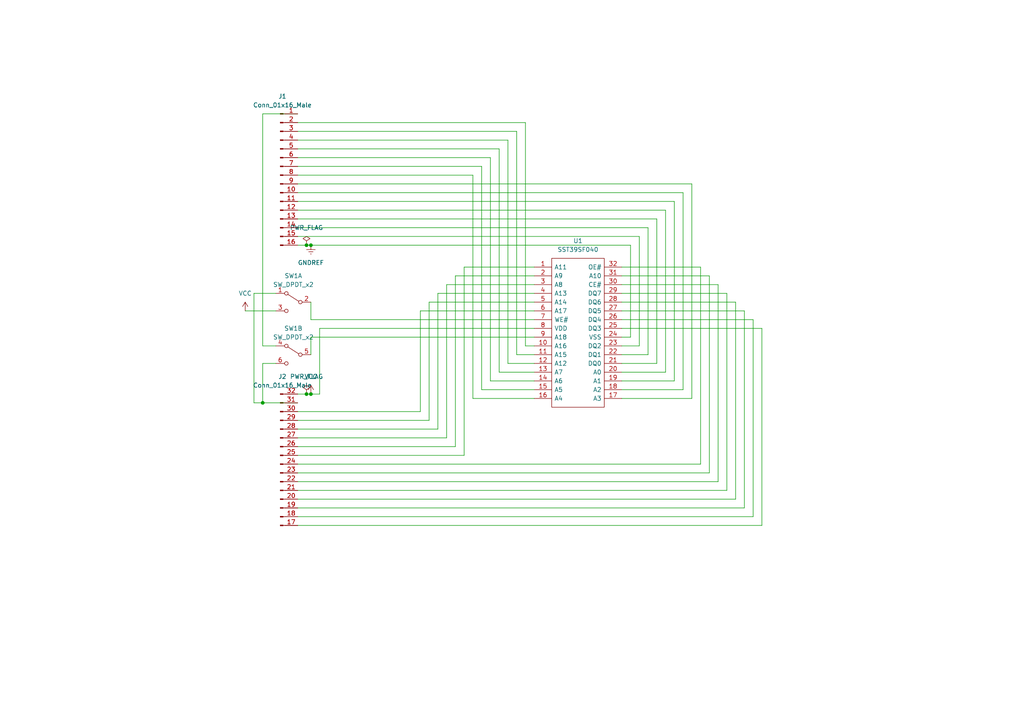
<source format=kicad_sch>
(kicad_sch (version 20211123) (generator eeschema)
  (paper "A4")
  (lib_symbols
    (symbol "Conn_01x16_Male_1" (pin_names (offset 1.016) hide)
      (property "Reference" "J2" (at 0.635 22.86 0))
      (property "Value" "Conn_01x16_Male_1" (at 0.635 20.32 0))
      (symbol "Conn_01x16_Male_1_1_1"
        (polyline (pts (xy 1.27 -20.32) (xy 0.8636 -20.32)) (stroke (width 0.1524)))
        (polyline (pts (xy 1.27 -17.78) (xy 0.8636 -17.78)) (stroke (width 0.1524)))
        (polyline (pts (xy 1.27 -15.24) (xy 0.8636 -15.24)) (stroke (width 0.1524)))
        (polyline (pts (xy 1.27 -12.7) (xy 0.8636 -12.7)) (stroke (width 0.1524)))
        (polyline (pts (xy 1.27 -10.16) (xy 0.8636 -10.16)) (stroke (width 0.1524)))
        (polyline (pts (xy 1.27 -7.62) (xy 0.8636 -7.62)) (stroke (width 0.1524)))
        (polyline (pts (xy 1.27 -5.08) (xy 0.8636 -5.08)) (stroke (width 0.1524)))
        (polyline (pts (xy 1.27 -2.54) (xy 0.8636 -2.54)) (stroke (width 0.1524)))
        (polyline (pts (xy 1.27 0) (xy 0.8636 0)) (stroke (width 0.1524)))
        (polyline (pts (xy 1.27 2.54) (xy 0.8636 2.54)) (stroke (width 0.1524)))
        (polyline (pts (xy 1.27 5.08) (xy 0.8636 5.08)) (stroke (width 0.1524)))
        (polyline (pts (xy 1.27 7.62) (xy 0.8636 7.62)) (stroke (width 0.1524)))
        (polyline (pts (xy 1.27 10.16) (xy 0.8636 10.16)) (stroke (width 0.1524)))
        (polyline (pts (xy 1.27 12.7) (xy 0.8636 12.7)) (stroke (width 0.1524)))
        (polyline (pts (xy 1.27 15.24) (xy 0.8636 15.24)) (stroke (width 0.1524)))
        (polyline (pts (xy 1.27 17.78) (xy 0.8636 17.78)) (stroke (width 0.1524)))
        (rectangle (start 0.8636 -20.193) (end 0 -20.447) (stroke (width 0.1524)) (fill (type outline)))
        (rectangle (start 0.8636 -17.653) (end 0 -17.907) (stroke (width 0.1524)) (fill (type outline)))
        (rectangle (start 0.8636 -15.113) (end 0 -15.367) (stroke (width 0.1524)) (fill (type outline)))
        (rectangle (start 0.8636 -12.573) (end 0 -12.827) (stroke (width 0.1524)) (fill (type outline)))
        (rectangle (start 0.8636 -10.033) (end 0 -10.287) (stroke (width 0.1524)) (fill (type outline)))
        (rectangle (start 0.8636 -7.493) (end 0 -7.747) (stroke (width 0.1524)) (fill (type outline)))
        (rectangle (start 0.8636 -4.953) (end 0 -5.207) (stroke (width 0.1524)) (fill (type outline)))
        (rectangle (start 0.8636 -2.413) (end 0 -2.667) (stroke (width 0.1524)) (fill (type outline)))
        (rectangle (start 0.8636 0.127) (end 0 -0.127) (stroke (width 0.1524)) (fill (type outline)))
        (rectangle (start 0.8636 2.667) (end 0 2.413) (stroke (width 0.1524)) (fill (type outline)))
        (rectangle (start 0.8636 5.207) (end 0 4.953) (stroke (width 0.1524)) (fill (type outline)))
        (rectangle (start 0.8636 7.747) (end 0 7.493) (stroke (width 0.1524)) (fill (type outline)))
        (rectangle (start 0.8636 10.287) (end 0 10.033) (stroke (width 0.1524)) (fill (type outline)))
        (rectangle (start 0.8636 12.827) (end 0 12.573) (stroke (width 0.1524)) (fill (type outline)))
        (rectangle (start 0.8636 15.367) (end 0 15.113) (stroke (width 0.1524)) (fill (type outline)))
        (rectangle (start 0.8636 17.907) (end 0 17.653) (stroke (width 0.1524)) (fill (type outline)))
        (pin passive line (at 5.08 -20.32 180) (length 3.81) (name "Pin_17") (number "17"))
        (pin passive line (at 5.08 -17.78 180) (length 3.81) (name "Pin_18") (number "18"))
        (pin passive line (at 5.08 -15.24 180) (length 3.81) (name "Pin_19") (number "19"))
        (pin passive line (at 5.08 -12.7 180) (length 3.81) (name "Pin_20") (number "20"))
        (pin passive line (at 5.08 -10.16 180) (length 3.81) (name "Pin_21") (number "21"))
        (pin passive line (at 5.08 -7.62 180) (length 3.81) (name "Pin_22") (number "22"))
        (pin passive line (at 5.08 -5.08 180) (length 3.81) (name "Pin_23") (number "23"))
        (pin passive line (at 5.08 -2.54 180) (length 3.81) (name "Pin_24") (number "24"))
        (pin passive line (at 5.08 0 180) (length 3.81) (name "Pin_25") (number "25"))
        (pin passive line (at 5.08 2.54 180) (length 3.81) (name "Pin_26") (number "26"))
        (pin passive line (at 5.08 5.08 180) (length 3.81) (name "Pin_27") (number "27"))
        (pin passive line (at 5.08 7.62 180) (length 3.81) (name "Pin_28") (number "28"))
        (pin passive line (at 5.08 10.16 180) (length 3.81) (name "Pin_29") (number "29"))
        (pin passive line (at 5.08 12.7 180) (length 3.81) (name "Pin_30") (number "30"))
        (pin passive line (at 5.08 15.24 180) (length 3.81) (name "Pin_31") (number "31"))
        (pin passive line (at 5.08 17.78 180) (length 3.81) (name "Pin_32") (number "32"))
      )
    )
    (symbol "Connector:Conn_01x16_Male" (pin_names (offset 1.016) hide)
      (property "Reference" "J" (at 0 20.32 0))
      (property "Value" "Conn_01x16_Male" (at 0 -22.86 0))
      (symbol "Conn_01x16_Male_1_1"
        (polyline (pts (xy 1.27 -20.32) (xy 0.8636 -20.32)) (stroke (width 0.1524)))
        (polyline (pts (xy 1.27 -17.78) (xy 0.8636 -17.78)) (stroke (width 0.1524)))
        (polyline (pts (xy 1.27 -15.24) (xy 0.8636 -15.24)) (stroke (width 0.1524)))
        (polyline (pts (xy 1.27 -12.7) (xy 0.8636 -12.7)) (stroke (width 0.1524)))
        (polyline (pts (xy 1.27 -10.16) (xy 0.8636 -10.16)) (stroke (width 0.1524)))
        (polyline (pts (xy 1.27 -7.62) (xy 0.8636 -7.62)) (stroke (width 0.1524)))
        (polyline (pts (xy 1.27 -5.08) (xy 0.8636 -5.08)) (stroke (width 0.1524)))
        (polyline (pts (xy 1.27 -2.54) (xy 0.8636 -2.54)) (stroke (width 0.1524)))
        (polyline (pts (xy 1.27 0) (xy 0.8636 0)) (stroke (width 0.1524)))
        (polyline (pts (xy 1.27 2.54) (xy 0.8636 2.54)) (stroke (width 0.1524)))
        (polyline (pts (xy 1.27 5.08) (xy 0.8636 5.08)) (stroke (width 0.1524)))
        (polyline (pts (xy 1.27 7.62) (xy 0.8636 7.62)) (stroke (width 0.1524)))
        (polyline (pts (xy 1.27 10.16) (xy 0.8636 10.16)) (stroke (width 0.1524)))
        (polyline (pts (xy 1.27 12.7) (xy 0.8636 12.7)) (stroke (width 0.1524)))
        (polyline (pts (xy 1.27 15.24) (xy 0.8636 15.24)) (stroke (width 0.1524)))
        (polyline (pts (xy 1.27 17.78) (xy 0.8636 17.78)) (stroke (width 0.1524)))
        (rectangle (start 0.8636 -20.193) (end 0 -20.447) (stroke (width 0.1524)) (fill (type outline)))
        (rectangle (start 0.8636 -17.653) (end 0 -17.907) (stroke (width 0.1524)) (fill (type outline)))
        (rectangle (start 0.8636 -15.113) (end 0 -15.367) (stroke (width 0.1524)) (fill (type outline)))
        (rectangle (start 0.8636 -12.573) (end 0 -12.827) (stroke (width 0.1524)) (fill (type outline)))
        (rectangle (start 0.8636 -10.033) (end 0 -10.287) (stroke (width 0.1524)) (fill (type outline)))
        (rectangle (start 0.8636 -7.493) (end 0 -7.747) (stroke (width 0.1524)) (fill (type outline)))
        (rectangle (start 0.8636 -4.953) (end 0 -5.207) (stroke (width 0.1524)) (fill (type outline)))
        (rectangle (start 0.8636 -2.413) (end 0 -2.667) (stroke (width 0.1524)) (fill (type outline)))
        (rectangle (start 0.8636 0.127) (end 0 -0.127) (stroke (width 0.1524)) (fill (type outline)))
        (rectangle (start 0.8636 2.667) (end 0 2.413) (stroke (width 0.1524)) (fill (type outline)))
        (rectangle (start 0.8636 5.207) (end 0 4.953) (stroke (width 0.1524)) (fill (type outline)))
        (rectangle (start 0.8636 7.747) (end 0 7.493) (stroke (width 0.1524)) (fill (type outline)))
        (rectangle (start 0.8636 10.287) (end 0 10.033) (stroke (width 0.1524)) (fill (type outline)))
        (rectangle (start 0.8636 12.827) (end 0 12.573) (stroke (width 0.1524)) (fill (type outline)))
        (rectangle (start 0.8636 15.367) (end 0 15.113) (stroke (width 0.1524)) (fill (type outline)))
        (rectangle (start 0.8636 17.907) (end 0 17.653) (stroke (width 0.1524)) (fill (type outline)))
        (pin passive line (at 5.08 17.78 180) (length 3.81) (name "Pin_1") (number "1"))
        (pin passive line (at 5.08 -5.08 180) (length 3.81) (name "Pin_10") (number "10"))
        (pin passive line (at 5.08 -7.62 180) (length 3.81) (name "Pin_11") (number "11"))
        (pin passive line (at 5.08 -10.16 180) (length 3.81) (name "Pin_12") (number "12"))
        (pin passive line (at 5.08 -12.7 180) (length 3.81) (name "Pin_13") (number "13"))
        (pin passive line (at 5.08 -15.24 180) (length 3.81) (name "Pin_14") (number "14"))
        (pin passive line (at 5.08 -17.78 180) (length 3.81) (name "Pin_15") (number "15"))
        (pin passive line (at 5.08 -20.32 180) (length 3.81) (name "Pin_16") (number "16"))
        (pin passive line (at 5.08 15.24 180) (length 3.81) (name "Pin_2") (number "2"))
        (pin passive line (at 5.08 12.7 180) (length 3.81) (name "Pin_3") (number "3"))
        (pin passive line (at 5.08 10.16 180) (length 3.81) (name "Pin_4") (number "4"))
        (pin passive line (at 5.08 7.62 180) (length 3.81) (name "Pin_5") (number "5"))
        (pin passive line (at 5.08 5.08 180) (length 3.81) (name "Pin_6") (number "6"))
        (pin passive line (at 5.08 2.54 180) (length 3.81) (name "Pin_7") (number "7"))
        (pin passive line (at 5.08 0 180) (length 3.81) (name "Pin_8") (number "8"))
        (pin passive line (at 5.08 -2.54 180) (length 3.81) (name "Pin_9") (number "9"))
      )
    )
    (symbol "SST39SF040-45-4I-WHE-T:SST39SF040-45-4I-WHE-T" (pin_names (offset 0.762))
      (property "Reference" "IC" (at 21.59 7.62 0))
      (property "Value" "SST39SF040-45-4I-WHE-T" (at 21.59 5.08 0))
      (symbol "SST39SF040-45-4I-WHE-T_0_0"
        (pin passive line (at 0 0 0) (length 5.08) (name "A11") (number "1"))
        (pin passive line (at 0 -22.86 0) (length 5.08) (name "A16") (number "10"))
        (pin passive line (at 0 -25.4 0) (length 5.08) (name "A15") (number "11"))
        (pin passive line (at 0 -27.94 0) (length 5.08) (name "A12") (number "12"))
        (pin passive line (at 0 -30.48 0) (length 5.08) (name "A7") (number "13"))
        (pin passive line (at 0 -33.02 0) (length 5.08) (name "A6") (number "14"))
        (pin passive line (at 0 -35.56 0) (length 5.08) (name "A5") (number "15"))
        (pin passive line (at 0 -38.1 0) (length 5.08) (name "A4") (number "16"))
        (pin passive line (at 25.4 -38.1 180) (length 5.08) (name "A3") (number "17"))
        (pin passive line (at 25.4 -35.56 180) (length 5.08) (name "A2") (number "18"))
        (pin passive line (at 25.4 -33.02 180) (length 5.08) (name "A1") (number "19"))
        (pin passive line (at 0 -2.54 0) (length 5.08) (name "A9") (number "2"))
        (pin passive line (at 25.4 -30.48 180) (length 5.08) (name "A0") (number "20"))
        (pin passive line (at 25.4 -27.94 180) (length 5.08) (name "DQ0") (number "21"))
        (pin passive line (at 25.4 -25.4 180) (length 5.08) (name "DQ1") (number "22"))
        (pin passive line (at 25.4 -22.86 180) (length 5.08) (name "DQ2") (number "23"))
        (pin passive line (at 25.4 -20.32 180) (length 5.08) (name "VSS") (number "24"))
        (pin passive line (at 25.4 -17.78 180) (length 5.08) (name "DQ3") (number "25"))
        (pin passive line (at 25.4 -15.24 180) (length 5.08) (name "DQ4") (number "26"))
        (pin passive line (at 25.4 -12.7 180) (length 5.08) (name "DQ5") (number "27"))
        (pin passive line (at 25.4 -10.16 180) (length 5.08) (name "DQ6") (number "28"))
        (pin passive line (at 25.4 -7.62 180) (length 5.08) (name "DQ7") (number "29"))
        (pin passive line (at 0 -5.08 0) (length 5.08) (name "A8") (number "3"))
        (pin passive line (at 25.4 -5.08 180) (length 5.08) (name "CE#") (number "30"))
        (pin passive line (at 25.4 -2.54 180) (length 5.08) (name "A10") (number "31"))
        (pin passive line (at 25.4 0 180) (length 5.08) (name "OE#") (number "32"))
        (pin passive line (at 0 -7.62 0) (length 5.08) (name "A13") (number "4"))
        (pin passive line (at 0 -10.16 0) (length 5.08) (name "A14") (number "5"))
        (pin passive line (at 0 -12.7 0) (length 5.08) (name "A17") (number "6"))
        (pin passive line (at 0 -15.24 0) (length 5.08) (name "WE#") (number "7"))
        (pin passive line (at 0 -17.78 0) (length 5.08) (name "VDD") (number "8"))
        (pin passive line (at 0 -20.32 0) (length 5.08) (name "A18") (number "9"))
      )
      (symbol "SST39SF040-45-4I-WHE-T_0_1"
        (polyline (pts (xy 5.08 2.54) (xy 20.32 2.54) (xy 20.32 -40.64) (xy 5.08 -40.64) (xy 5.08 2.54)) (stroke (width 0.1524)))
      )
    )
    (symbol "Switch:SW_DPDT_x2" (pin_names (offset 0) hide)
      (property "Reference" "SW" (at 0 4.318 0))
      (property "Value" "SW_DPDT_x2" (at 0 -5.08 0))
      (symbol "SW_DPDT_x2_0_0"
        (circle (center -2.032 0) (radius 0.508))
        (circle (center 2.032 -2.54) (radius 0.508))
      )
      (symbol "SW_DPDT_x2_0_1"
        (polyline (pts (xy -1.524 0.254) (xy 1.651 2.286)))
        (circle (center 2.032 2.54) (radius 0.508))
      )
      (symbol "SW_DPDT_x2_1_1"
        (pin passive line (at 5.08 2.54 180) (length 2.54) (name "A") (number "1"))
        (pin passive line (at -5.08 0 0) (length 2.54) (name "B") (number "2"))
        (pin passive line (at 5.08 -2.54 180) (length 2.54) (name "C") (number "3"))
      )
      (symbol "SW_DPDT_x2_2_1"
        (pin passive line (at 5.08 2.54 180) (length 2.54) (name "A") (number "4"))
        (pin passive line (at -5.08 0 0) (length 2.54) (name "B") (number "5"))
        (pin passive line (at 5.08 -2.54 180) (length 2.54) (name "C") (number "6"))
      )
    )
    (symbol "power:GNDREF" (power) (pin_names (offset 0))
      (property "Value" "GNDREF" (at 0 -3.81 0))
      (symbol "GNDREF_0_1"
        (polyline (pts (xy -0.635 -1.905) (xy 0.635 -1.905)))
        (polyline (pts (xy -0.127 -2.54) (xy 0.127 -2.54)))
        (polyline (pts (xy 0 -1.27) (xy 0 0)))
        (polyline (pts (xy 1.27 -1.27) (xy -1.27 -1.27)))
      )
      (symbol "GNDREF_1_1"
        (pin power_in line (at 0 0 270) (length 0) hide (name "GNDREF") (number "1"))
      )
    )
    (symbol "power:PWR_FLAG" (power) (pin_numbers hide) (pin_names (offset 0) hide)
      (property "Value" "PWR_FLAG" (at 0 3.81 0))
      (symbol "PWR_FLAG_0_0"
        (pin power_out line (at 0 0 90) (length 0) (name "pwr") (number "1"))
      )
      (symbol "PWR_FLAG_0_1"
        (polyline (pts (xy 0 0) (xy 0 1.27) (xy -1.016 1.905) (xy 0 2.54) (xy 1.016 1.905) (xy 0 1.27)))
      )
    )
    (symbol "power:VCC" (power) (pin_names (offset 0))
      (property "Value" "VCC" (at 0 3.81 0))
      (symbol "VCC_0_1"
        (polyline (pts (xy -0.762 1.27) (xy 0 2.54)))
        (polyline (pts (xy 0 0) (xy 0 2.54)))
        (polyline (pts (xy 0 2.54) (xy 0.762 1.27)))
      )
      (symbol "VCC_1_1"
        (pin power_in line (at 0 0 90) (length 0) hide (name "VCC") (number "1"))
      )
    )
  )
  (junction (at 88.9 71.12))
  (junction (at 90.17 71.12))
  (junction (at 88.9 114.3))
  (junction (at 90.17 114.3))
  (junction (at 76.2 116.84))
  (wire (pts (xy 124.46 121.92) (xy 124.46 87.63)))
  (wire (pts (xy 76.2 100.33) (xy 76.2 33.02)))
  (wire (pts (xy 203.2 77.47) (xy 203.2 134.62)))
  (wire (pts (xy 180.34 85.09) (xy 210.82 85.09)))
  (wire (pts (xy 154.94 110.49) (xy 142.24 110.49)))
  (wire (pts (xy 137.16 115.57) (xy 154.94 115.57)))
  (wire (pts (xy 76.2 116.84) (xy 86.36 116.84)))
  (wire (pts (xy 154.94 90.17) (xy 121.92 90.17)))
  (wire (pts (xy 76.2 105.41) (xy 76.2 116.84)))
  (wire (pts (xy 124.46 87.63) (xy 154.94 87.63)))
  (wire (pts (xy 180.34 92.71) (xy 218.44 92.71)))
  (wire (pts (xy 86.36 40.64) (xy 147.32 40.64)))
  (wire (pts (xy 134.62 132.08) (xy 134.62 77.47)))
  (wire (pts (xy 86.36 132.08) (xy 134.62 132.08)))
  (wire (pts (xy 86.36 144.78) (xy 213.36 144.78)))
  (wire (pts (xy 190.5 105.41) (xy 190.5 63.5)))
  (wire (pts (xy 92.71 95.25) (xy 92.71 114.3)))
  (wire (pts (xy 86.36 137.16) (xy 205.74 137.16)))
  (wire (pts (xy 180.34 80.01) (xy 205.74 80.01)))
  (wire (pts (xy 152.4 100.33) (xy 154.94 100.33)))
  (wire (pts (xy 86.36 60.96) (xy 193.04 60.96)))
  (wire (pts (xy 86.36 66.04) (xy 187.96 66.04)))
  (wire (pts (xy 90.17 97.79) (xy 90.17 102.87)))
  (wire (pts (xy 127 124.46) (xy 127 85.09)))
  (wire (pts (xy 149.86 38.1) (xy 149.86 102.87)))
  (wire (pts (xy 220.98 95.25) (xy 220.98 152.4)))
  (wire (pts (xy 132.08 80.01) (xy 154.94 80.01)))
  (wire (pts (xy 180.34 115.57) (xy 200.66 115.57)))
  (wire (pts (xy 180.34 107.95) (xy 193.04 107.95)))
  (wire (pts (xy 180.34 113.03) (xy 198.12 113.03)))
  (wire (pts (xy 193.04 60.96) (xy 193.04 107.95)))
  (wire (pts (xy 71.12 90.17) (xy 80.01 90.17)))
  (wire (pts (xy 180.34 105.41) (xy 190.5 105.41)))
  (wire (pts (xy 86.36 43.18) (xy 144.78 43.18)))
  (wire (pts (xy 180.34 82.55) (xy 208.28 82.55)))
  (wire (pts (xy 198.12 113.03) (xy 198.12 55.88)))
  (wire (pts (xy 147.32 105.41) (xy 154.94 105.41)))
  (wire (pts (xy 154.94 113.03) (xy 139.7 113.03)))
  (wire (pts (xy 200.66 53.34) (xy 200.66 115.57)))
  (wire (pts (xy 129.54 127) (xy 129.54 82.55)))
  (wire (pts (xy 147.32 40.64) (xy 147.32 105.41)))
  (wire (pts (xy 86.36 55.88) (xy 198.12 55.88)))
  (wire (pts (xy 180.34 97.79) (xy 182.88 97.79)))
  (wire (pts (xy 134.62 77.47) (xy 154.94 77.47)))
  (wire (pts (xy 142.24 110.49) (xy 142.24 45.72)))
  (wire (pts (xy 154.94 92.71) (xy 90.17 92.71)))
  (wire (pts (xy 80.01 85.09) (xy 73.66 85.09)))
  (wire (pts (xy 86.36 124.46) (xy 127 124.46)))
  (wire (pts (xy 86.36 152.4) (xy 220.98 152.4)))
  (wire (pts (xy 76.2 105.41) (xy 80.01 105.41)))
  (wire (pts (xy 203.2 134.62) (xy 86.36 134.62)))
  (wire (pts (xy 180.34 102.87) (xy 187.96 102.87)))
  (wire (pts (xy 152.4 35.56) (xy 152.4 100.33)))
  (wire (pts (xy 88.9 71.12) (xy 90.17 71.12)))
  (wire (pts (xy 86.36 38.1) (xy 149.86 38.1)))
  (wire (pts (xy 180.34 77.47) (xy 203.2 77.47)))
  (wire (pts (xy 210.82 142.24) (xy 210.82 85.09)))
  (wire (pts (xy 185.42 68.58) (xy 86.36 68.58)))
  (wire (pts (xy 90.17 87.63) (xy 90.17 92.71)))
  (wire (pts (xy 132.08 129.54) (xy 132.08 80.01)))
  (wire (pts (xy 86.36 129.54) (xy 132.08 129.54)))
  (wire (pts (xy 76.2 33.02) (xy 86.36 33.02)))
  (wire (pts (xy 195.58 58.42) (xy 195.58 110.49)))
  (wire (pts (xy 137.16 50.8) (xy 137.16 115.57)))
  (wire (pts (xy 88.9 114.3) (xy 90.17 114.3)))
  (wire (pts (xy 149.86 102.87) (xy 154.94 102.87)))
  (wire (pts (xy 86.36 142.24) (xy 210.82 142.24)))
  (wire (pts (xy 86.36 71.12) (xy 88.9 71.12)))
  (wire (pts (xy 215.9 147.32) (xy 215.9 90.17)))
  (wire (pts (xy 144.78 43.18) (xy 144.78 107.95)))
  (wire (pts (xy 73.66 116.84) (xy 76.2 116.84)))
  (wire (pts (xy 185.42 100.33) (xy 185.42 68.58)))
  (wire (pts (xy 86.36 121.92) (xy 124.46 121.92)))
  (wire (pts (xy 154.94 95.25) (xy 92.71 95.25)))
  (wire (pts (xy 218.44 149.86) (xy 218.44 92.71)))
  (wire (pts (xy 180.34 87.63) (xy 213.36 87.63)))
  (wire (pts (xy 213.36 87.63) (xy 213.36 144.78)))
  (wire (pts (xy 182.88 97.79) (xy 182.88 71.12)))
  (wire (pts (xy 86.36 147.32) (xy 215.9 147.32)))
  (wire (pts (xy 205.74 137.16) (xy 205.74 80.01)))
  (wire (pts (xy 180.34 95.25) (xy 220.98 95.25)))
  (wire (pts (xy 86.36 127) (xy 129.54 127)))
  (wire (pts (xy 90.17 114.3) (xy 92.71 114.3)))
  (wire (pts (xy 86.36 35.56) (xy 152.4 35.56)))
  (wire (pts (xy 86.36 48.26) (xy 139.7 48.26)))
  (wire (pts (xy 139.7 113.03) (xy 139.7 48.26)))
  (wire (pts (xy 86.36 63.5) (xy 190.5 63.5)))
  (wire (pts (xy 180.34 90.17) (xy 215.9 90.17)))
  (wire (pts (xy 182.88 71.12) (xy 90.17 71.12)))
  (wire (pts (xy 73.66 85.09) (xy 73.66 116.84)))
  (wire (pts (xy 121.92 119.38) (xy 86.36 119.38)))
  (wire (pts (xy 121.92 90.17) (xy 121.92 119.38)))
  (wire (pts (xy 86.36 114.3) (xy 88.9 114.3)))
  (wire (pts (xy 180.34 100.33) (xy 185.42 100.33)))
  (wire (pts (xy 86.36 50.8) (xy 137.16 50.8)))
  (wire (pts (xy 129.54 82.55) (xy 154.94 82.55)))
  (wire (pts (xy 86.36 149.86) (xy 218.44 149.86)))
  (wire (pts (xy 86.36 45.72) (xy 142.24 45.72)))
  (wire (pts (xy 86.36 139.7) (xy 208.28 139.7)))
  (wire (pts (xy 180.34 110.49) (xy 195.58 110.49)))
  (wire (pts (xy 90.17 97.79) (xy 154.94 97.79)))
  (wire (pts (xy 86.36 58.42) (xy 195.58 58.42)))
  (wire (pts (xy 80.01 100.33) (xy 76.2 100.33)))
  (wire (pts (xy 208.28 139.7) (xy 208.28 82.55)))
  (wire (pts (xy 86.36 53.34) (xy 200.66 53.34)))
  (wire (pts (xy 127 85.09) (xy 154.94 85.09)))
  (wire (pts (xy 187.96 66.04) (xy 187.96 102.87)))
  (wire (pts (xy 144.78 107.95) (xy 154.94 107.95)))
  (symbol (lib_id "Switch:SW_DPDT_x2") (at 85.09 102.87 0) (mirror y) (unit 2)
    (property "Reference" "SW1" (at 85.09 95.25 0))
    (property "Value" "SW_DPDT_x2" (at 85.09 97.79 0))
    (property "Footprint" "footprints:JS202011SCQN" (effects hide))
  )
  (symbol (lib_id "power:VCC") (at 90.17 114.3 0) (unit 1)
    (property "Reference" "#PWR02" (effects hide))
    (property "Value" "VCC" (at 90.17 109.22 0))
  )
  (symbol (lib_id "Switch:SW_DPDT_x2") (at 85.09 87.63 0) (mirror y) (unit 1)
    (property "Reference" "SW1" (at 85.09 80.01 0))
    (property "Value" "SW_DPDT_x2" (at 85.09 82.55 0))
    (property "Footprint" "footprints:JS202011SCQN" (effects hide))
  )
  (symbol (lib_id "power:PWR_FLAG") (at 88.9 114.3 0) (unit 1)
    (property "Reference" "#FLG0102" (effects hide))
    (property "Value" "PWR_FLAG" (at 88.9 109.22 0))
  )
  (symbol (lib_id "power:PWR_FLAG") (at 88.9 71.12 0) (unit 1)
    (property "Reference" "#FLG0101" (effects hide))
    (property "Value" "PWR_FLAG" (at 88.9 66.04 0))
  )
  (symbol (lib_id "power:GNDREF") (at 90.17 71.12 0) (unit 1)
    (property "Reference" "#PWR01" (effects hide))
    (property "Value" "GNDREF" (at 90.17 76.2 0))
  )
  (symbol (lib_name "Conn_01x16_Male_1") (lib_id "Connector:Conn_01x16_Male") (at 81.28 132.08 0) (unit 1)
    (property "Reference" "J2" (at 81.915 109.22 0))
    (property "Value" "Conn_01x16_Male" (at 81.915 111.76 0))
    (property "Footprint" "Connector_PinHeader_2.54mm:PinHeader_1x16_P2.54mm_Vertical" (effects hide))
  )
  (symbol (lib_id "SST39SF040-45-4I-WHE-T:SST39SF040-45-4I-WHE-T") (at 154.94 77.47 0) (unit 1)
    (property "Reference" "U1" (at 167.64 69.85 0))
    (property "Value" "SST39SF040" (at 167.64 72.39 0))
    (property "Footprint" "SST39SF040-45-4I-WHE-T:SOP50P1400X120-32N" (effects hide))
    (property "Datasheet" "https://ww1.microchip.com/downloads/en/DeviceDoc/20005022C.pdf" (effects hide))
    (property "Description" "IC FLASH 4MBIT PARALLEL 32TSOP" (effects hide))
    (property "Height" "1.2" (effects hide))
    (property "Manufacturer_Name" "Microchip" (effects hide))
    (property "Manufacturer_Part_Number" "SST39SF040-45-4I-WHE-T" (effects hide))
  )
  (symbol (lib_id "power:VCC") (at 71.12 90.17 0) (unit 1)
    (property "Reference" "#PWR03" (effects hide))
    (property "Value" "VCC" (at 71.12 85.09 0))
  )
  (symbol (lib_id "Connector:Conn_01x16_Male") (at 81.28 50.8 0) (unit 1)
    (property "Reference" "J1" (at 81.915 27.94 0))
    (property "Value" "Conn_01x16_Male" (at 81.915 30.48 0))
    (property "Footprint" "Connector_PinHeader_2.54mm:PinHeader_1x16_P2.54mm_Vertical" (effects hide))
  )
)
</source>
